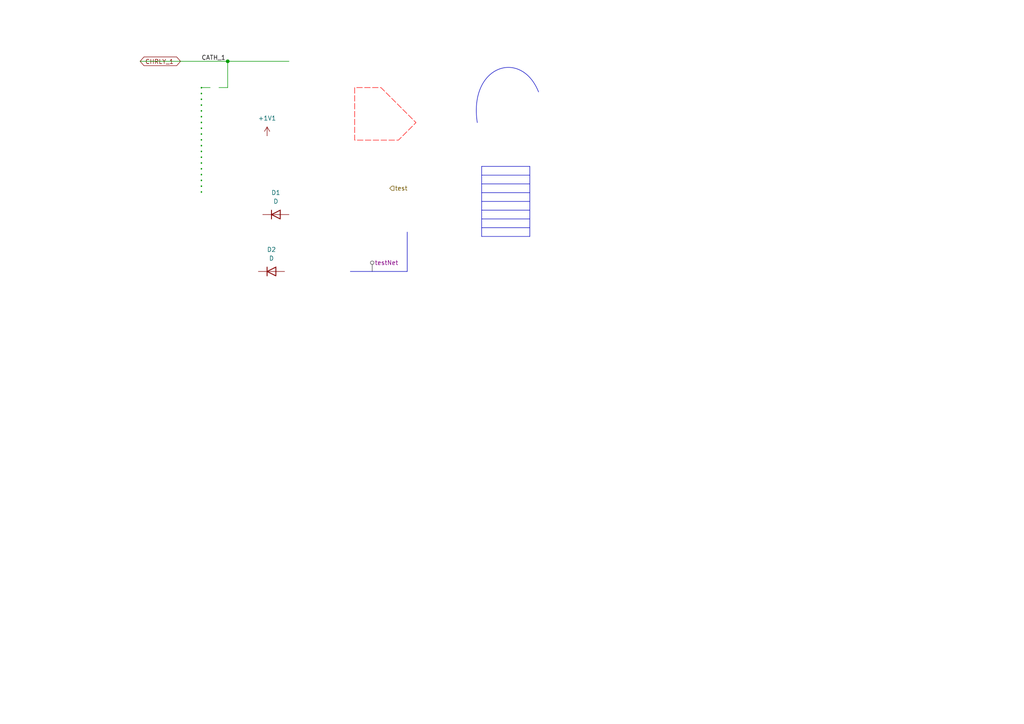
<source format=kicad_sch>
(kicad_sch (version 20250114) (generator "eeschema") (generator_version "9.0")
  (paper "A4")
  (lib_symbols
    (symbol "Device:D" (pin_numbers (hide yes)) (pin_names (offset 1.016) (hide yes))
      (property "Reference" "D" (at 0 2.54 0))
      (property "Value" "D" (at 0 -2.54 0))
      (symbol "D_0_1"
        (polyline (pts (xy -1.27 1.27) (xy -1.27 -1.27)) (stroke (width 0.254)))
        (polyline (pts (xy 1.27 1.27) (xy 1.27 -1.27) (xy -1.27 0) (xy 1.27 1.27)) (stroke (width 0.254)))
        (polyline (pts (xy 1.27 0) (xy -1.27 0)))
      )
      (symbol "D_1_1"
        (pin passive line (at -3.81 0 0) (length 2.54) (name "K") (number "1"))
        (pin passive line (at 3.81 0 180) (length 2.54) (name "A") (number "2"))
      )
    )
    (symbol "Device:LED"
      (property "Reference" "D12" (at 0 2.54 0))
      (property "Value" "LED" (at 0 -2.54 0))
    )
    (symbol "power:+1V1" (power) (pin_numbers (hide yes)) (pin_names (offset 0) (hide yes))
      (property "Value" "+1V1" (at 0 3.556 0))
      (symbol "+1V1_0_1"
        (polyline (pts (xy -0.762 1.27) (xy 0 2.54)))
        (polyline (pts (xy 0 2.54) (xy 0.762 1.27)))
        (polyline (pts (xy 0 0) (xy 0 2.54)))
      )
      (symbol "+1V1_1_1"
        (pin power_in line (at 0 0 90) (length 0) (name "~") (number "1"))
      )
    )
  )
  (bezier (pts (xy 138.43 35.56) (xy 135.89 19.05) (xy 151.13 13.97) (xy 156.21 26.67)))
  (junction (at 66.04 17.78))
  (wire (pts (xy 66.04 17.78) (xy 83.82 17.78)))
  (wire (pts (xy 66.04 25.4) (xy 66.04 17.78)))
  (wire (pts (xy 58.42 25.4) (xy 58.42 55.88)) (stroke (width 0.4) (type dot)))
  (polyline (pts (xy 118.11 67.31) (xy 118.11 78.74)))
  (wire (pts (xy 60.96 25.4) (xy 58.42 25.4)))
  (wire (pts (xy 40.64 17.78) (xy 66.04 17.78)))
  (polyline (pts (xy 101.6 78.74) (xy 118.11 78.74)))
  (wire (pts (xy 63.5 25.4) (xy 66.04 25.4)))
  (table (column_count 1) (border (external yes) (header yes)) (separators (rows yes) (cols yes)) (column_widths 13.97) (row_heights 2.54 2.54 2.54 2.54 2.54 2.54 2.54 2.54) (cells (table_cell "" (at 139.7 48.26 0) (size 13.97 2.54) (margins 0.9525 0.9525 0.9525 0.9525) (span 1 1)) (table_cell "" (at 139.7 50.8 0) (size 13.97 2.54) (margins 0.9525 0.9525 0.9525 0.9525) (span 1 1)) (table_cell "" (at 139.7 53.34 0) (size 13.97 2.54) (margins 0.9525 0.9525 0.9525 0.9525) (span 1 1)) (table_cell "" (at 139.7 55.88 0) (size 13.97 2.54) (margins 0.9525 0.9525 0.9525 0.9525) (span 1 1)) (table_cell "" (at 139.7 58.42 0) (size 13.97 2.54) (margins 0.9525 0.9525 0.9525 0.9525) (span 1 1)) (table_cell "" (at 139.7 60.96 0) (size 13.97 2.54) (margins 0.9525 0.9525 0.9525 0.9525) (span 1 1)) (table_cell "" (at 139.7 63.5 0) (size 13.97 2.54) (margins 0.9525 0.9525 0.9525 0.9525) (span 1 1)) (table_cell "" (at 139.7 66.04 0) (size 13.97 2.54) (margins 0.9525 0.9525 0.9525 0.9525) (span 1 1))))
  (label "CATH_1" (at 58.42 17.78 0))
  (global_label "CHRLY_1" (shape bidirectional) (at 40.64 17.78 0) (property "Intersheetrefs" "${INTERSHEET_REFS}" (effects (hide yes))))
  (hierarchical_label "test" (shape input) (at 113.03 54.61 0))
  (rule_area (polyline (pts (xy 102.87 25.4) (xy 102.87 40.64) (xy 115.57 40.64) (xy 120.65 35.56) (xy 110.49 25.4)) (stroke (width 0) (type dash))))
  (netclass_flag "" (length 2.54) (shape round) (at 107.95 78.74 0) (property "Netclass" "testNet" (at 108.6485 76.2 0) (effects (justify left))))
  (symbol (lib_id "Device:D") (at 78.74 78.74 0) (unit 1)
    (property "Reference" "D2" (at 78.74 72.39 0))
    (property "Value" "D" (at 78.74 74.93 0))
    (property "Description" "Diode" (effects (hide yes)))
    (property "Sim.Device" "D" (effects (hide yes)))
    (property "Sim.Pins" "1=K 2=A" (effects (hide yes)))
  )
  (symbol (lib_id "power:+1V1") (at 77.47 39.37 0) (unit 1)
    (property "Reference" "#PWR01" (effects (hide yes)))
    (property "Value" "+1V1" (at 77.47 34.29 0))
    (property "Description" "Power symbol creates a global label with name \"+1V1\"" (effects (hide yes)))
  )
  (symbol (lib_id "Device:D") (at 80.01 62.23 0) (unit 1)
    (property "Reference" "D1" (at 80.01 55.88 0))
    (property "Value" "D" (at 80.01 58.42 0))
    (property "Description" "Diode" (effects (hide yes)))
    (property "Sim.Device" "D" (effects (hide yes)))
    (property "Sim.Pins" "1=K 2=A" (effects (hide yes)))
  )
)
</source>
